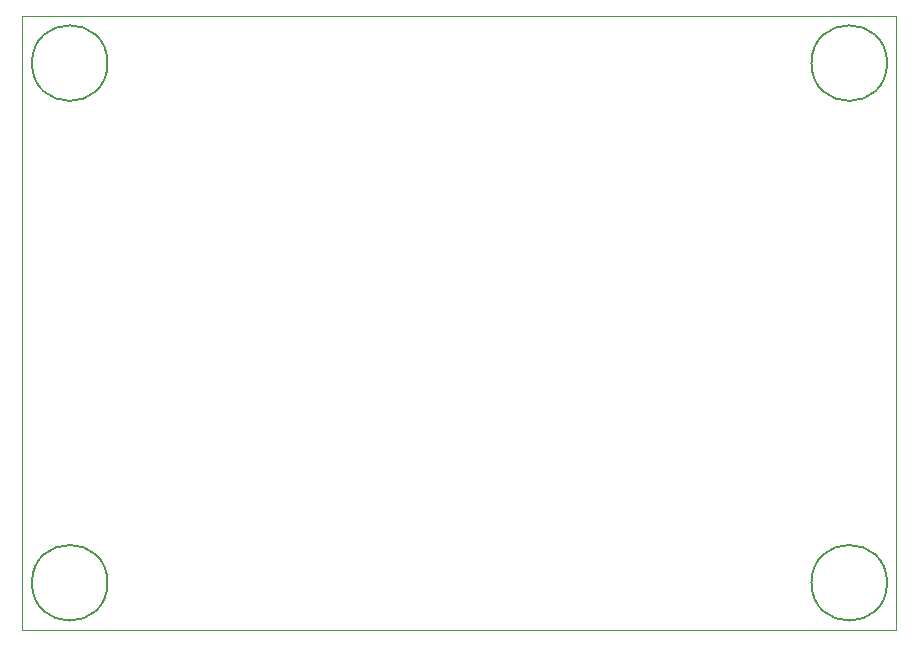
<source format=gbr>
%TF.GenerationSoftware,KiCad,Pcbnew,8.0.5*%
%TF.CreationDate,2025-02-12T03:45:18+07:00*%
%TF.ProjectId,SmartFarmMySensors_ArduinoNano,536d6172-7446-4617-926d-4d7953656e73,rev?*%
%TF.SameCoordinates,Original*%
%TF.FileFunction,Other,Comment*%
%FSLAX46Y46*%
G04 Gerber Fmt 4.6, Leading zero omitted, Abs format (unit mm)*
G04 Created by KiCad (PCBNEW 8.0.5) date 2025-02-12 03:45:18*
%MOMM*%
%LPD*%
G01*
G04 APERTURE LIST*
%ADD10C,0.100000*%
%ADD11C,0.150000*%
G04 APERTURE END LIST*
D10*
X108700000Y-47900000D02*
X182700000Y-47900000D01*
X182700000Y-99900000D01*
X108700000Y-99900000D01*
X108700000Y-47900000D01*
D11*
%TO.C,H4*%
X181900000Y-51900000D02*
G75*
G02*
X175500000Y-51900000I-3200000J0D01*
G01*
X175500000Y-51900000D02*
G75*
G02*
X181900000Y-51900000I3200000J0D01*
G01*
%TO.C,H3*%
X181900000Y-95900000D02*
G75*
G02*
X175500000Y-95900000I-3200000J0D01*
G01*
X175500000Y-95900000D02*
G75*
G02*
X181900000Y-95900000I3200000J0D01*
G01*
%TO.C,H2*%
X115900000Y-95900000D02*
G75*
G02*
X109500000Y-95900000I-3200000J0D01*
G01*
X109500000Y-95900000D02*
G75*
G02*
X115900000Y-95900000I3200000J0D01*
G01*
%TO.C,H1*%
X115900000Y-51900000D02*
G75*
G02*
X109500000Y-51900000I-3200000J0D01*
G01*
X109500000Y-51900000D02*
G75*
G02*
X115900000Y-51900000I3200000J0D01*
G01*
%TD*%
M02*

</source>
